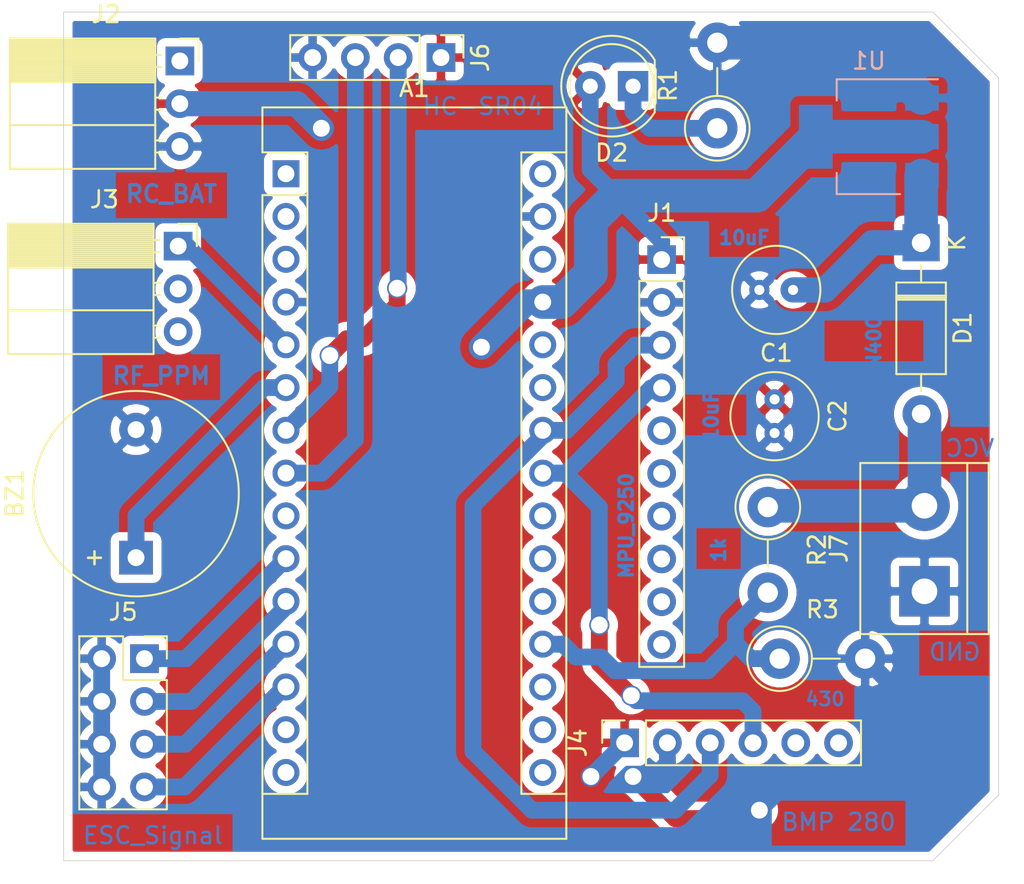
<source format=kicad_pcb>
(kicad_pcb (version 20211014) (generator pcbnew)
  (layers (0 "F.Cu" signal) (31 "B.Cu" signal) (34 "B.Paste" user) (35 "F.Paste" user) (36 "B.SilkS" user "B.Silkscreen") (37 "F.SilkS" user "F.Silkscreen") (38 "B.Mask" user) (39 "F.Mask" user) (44 "Edge.Cuts" user))
  (net 0 "")
  (net 1 "Net-(A1-Pad1)")
  (net 2 "Net-(A1-Pad17)")
  (net 3 "Net-(A1-Pad2)")
  (net 4 "Net-(A1-Pad18)")
  (net 5 "Net-(A1-Pad3)")
  (net 6 "/BATT_VOLT")
  (net 7 "GND")
  (net 8 "Net-(A1-Pad20)")
  (net 9 "/PPM")
  (net 10 "Net-(A1-Pad21)")
  (net 11 "/BUZZER")
  (net 12 "Net-(A1-Pad22)")
  (net 13 "/TRIG")
  (net 14 "/BARO_SDA")
  (net 15 "/ECHO")
  (net 16 "/BARO_SCL")
  (net 17 "Net-(A1-Pad9)")
  (net 18 "Net-(A1-Pad25)")
  (net 19 "/ESC_1(RF)")
  (net 20 "Net-(A1-Pad26)")
  (net 21 "/ESC_2(RR)")
  (net 22 "+5V")
  (net 23 "/ESC_3(LR)")
  (net 24 "Net-(A1-Pad28)")
  (net 25 "/ESC_4(LF)")
  (net 26 "Net-(A1-Pad14)")
  (net 27 "Net-(A1-Pad30)")
  (net 28 "Net-(A1-Pad15)")
  (net 29 "Net-(A1-Pad16)")
  (net 30 "Net-(C1-Pad1)")
  (net 31 "VCC")
  (net 32 "Net-(D2-Pad1)")
  (net 33 "/EDA")
  (net 34 "/ECL")
  (net 35 "/ADO")
  (net 36 "/INT")
  (net 37 "/NCS")
  (net 38 "/FSYNC")
  (net 39 "Net-(J2-Pad1)")
  (net 40 "Net-(J3-Pad3)")
  (net 41 "Net-(J3-Pad2)")
  (net 42 "/B_CSB")
  (net 43 "/B_SDO")
  (footprint "Module:Arduino_Nano" (layer "F.Cu") (at 50.4 47.2)
    (fp_text reference "A1" (at 7.62 -5.08) (layer "F.SilkS"))
    (fp_text value "Arduino_Nano_v3.x")
    (fp_line (start 1.27 1.27) (end -1.4 1.27) (layer "F.SilkS") (width 0.12))
    (fp_line (start 16.64 -3.94) (end -1.4 -3.94) (layer "F.SilkS") (width 0.12))
    (fp_line (start 1.27 -1.27) (end -1.4 -1.27) (layer "F.SilkS") (width 0.12))
    (fp_line (start 1.27 1.27) (end 1.27 36.83) (layer "F.SilkS") (width 0.12))
    (fp_line (start 13.97 36.83) (end 16.64 36.83) (layer "F.SilkS") (width 0.12))
    (fp_line (start -1.4 39.5) (end 16.64 39.5) (layer "F.SilkS") (width 0.12))
    (fp_line (start 1.27 36.83) (end -1.4 36.83) (layer "F.SilkS") (width 0.12))
    (fp_line (start 13.97 -1.27) (end 16.64 -1.27) (layer "F.SilkS") (width 0.12))
    (fp_line (start 16.64 39.5) (end 16.64 -3.94) (layer "F.SilkS") (width 0.12))
    (fp_line (start -1.4 -3.94) (end -1.4 -1.27) (layer "F.SilkS") (width 0.12))
    (fp_line (start 13.97 -1.27) (end 13.97 36.83) (layer "F.SilkS") (width 0.12))
    (fp_line (start -1.4 1.27) (end -1.4 39.5) (layer "F.SilkS") (width 0.12))
    (fp_line (start 1.27 1.27) (end 1.27 -1.27) (layer "F.SilkS") (width 0.12))
    (pad "1" thru_hole rect locked (at 0 0) (size 1.6 1.6) (drill 1) (layers *.Cu *.Mask) (net 1 "Net-(A1-Pad1)"))
    (pad "2" thru_hole oval locked (at 0 2.54) (size 1.6 1.6) (drill 1) (layers *.Cu *.Mask) (net 3 "Net-(A1-Pad2)"))
    (pad "3" thru_hole oval locked (at 0 5.08) (size 1.6 1.6) (drill 1) (layers *.Cu *.Mask) (net 5 "Net-(A1-Pad3)"))
    (pad "4" thru_hole oval locked (at 0 7.62) (size 1.6 1.6) (drill 1) (layers *.Cu *.Mask) (net 7 "GND"))
    (pad "5" thru_hole oval locked (at 0 10.16) (size 1.6 1.6) (drill 1) (layers *.Cu *.Mask) (net 9 "/PPM"))
    (pad "6" thru_hole oval locked (at 0 12.7) (size 1.6 1.6) (drill 1) (layers *.Cu *.Mask) (net 11 "/BUZZER"))
    (pad "7" thru_hole oval locked (at 0 15.24) (size 1.6 1.6) (drill 1) (layers *.Cu *.Mask) (net 13 "/TRIG"))
    (pad "8" thru_hole oval locked (at 0 17.78) (size 1.6 1.6) (drill 1) (layers *.Cu *.Mask) (net 15 "/ECHO"))
    (pad "9" thru_hole oval locked (at 0 20.32) (size 1.6 1.6) (drill 1) (layers *.Cu *.Mask) (net 17 "Net-(A1-Pad9)"))
    (pad "10" thru_hole oval locked (at 0 22.86) (size 1.6 1.6) (drill 1) (layers *.Cu *.Mask) (net 19 "/ESC_1(RF)"))
    (pad "11" thru_hole oval locked (at 0 25.4) (size 1.6 1.6) (drill 1) (layers *.Cu *.Mask) (net 21 "/ESC_2(RR)"))
    (pad "12" thru_hole oval locked (at 0 27.94) (size 1.6 1.6) (drill 1) (layers *.Cu *.Mask) (net 23 "/ESC_3(LR)"))
    (pad "13" thru_hole oval locked (at 0 30.48) (size 1.6 1.6) (drill 1) (layers *.Cu *.Mask) (net 25 "/ESC_4(LF)"))
    (pad "14" thru_hole oval locked (at 0 33.02) (size 1.6 1.6) (drill 1) (layers *.Cu *.Mask) (net 26 "Net-(A1-Pad14)"))
    (pad "15" thru_hole oval locked (at 0 35.56) (size 1.6 1.6) (drill 1) (layers *.Cu *.Mask) (net 28 "Net-(A1-Pad15)"))
    (pad "16" thru_hole oval locked (at 15.24 35.56) (size 1.6 1.6) (drill 1) (layers *.Cu *.Mask) (net 29 "Net-(A1-Pad16)"))
    (pad "17" thru_hole oval locked (at 15.24 33.02) (size 1.6 1.6) (drill 1) (layers *.Cu *.Mask) (net 2 "Net-(A1-Pad17)"))
    (pad "18" thru_hole oval locked (at 15.24 30.48) (size 1.6 1.6) (drill 1) (layers *.Cu *.Mask) (net 4 "Net-(A1-Pad18)"))
    (pad "19" thru_hole oval locked (at 15.24 27.94) (size 1.6 1.6) (drill 1) (layers *.Cu *.Mask) (net 6 "/BATT_VOLT"))
    (pad "20" thru_hole oval locked (at 15.24 25.4) (size 1.6 1.6) (drill 1) (layers *.Cu *.Mask) (net 8 "Net-(A1-Pad20)"))
    (pad "21" thru_hole oval locked (at 15.24 22.86) (size 1.6 1.6) (drill 1) (layers *.Cu *.Mask) (net 10 "Net-(A1-Pad21)"))
    (pad "22" thru_hole oval locked (at 15.24 20.32) (size 1.6 1.6) (drill 1) (layers *.Cu *.Mask) (net 12 "Net-(A1-Pad22)"))
    (pad "23" thru_hole oval locked (at 15.24 17.78) (size 1.6 1.6) (drill 1) (layers *.Cu *.Mask) (net 14 "/BARO_SDA"))
    (pad "24" thru_hole oval locked (at 15.24 15.24) (size 1.6 1.6) (drill 1) (layers *.Cu *.Mask) (net 16 "/BARO_SCL"))
    (pad "25" thru_hole oval locked (at 15.24 12.7) (size 1.6 1.6) (drill 1) (layers *.Cu *.Mask) (net 18 "Net-(A1-Pad25)"))
    (pad "26" thru_hole oval locked (at 15.24 10.16) (size 1.6 1.6) (drill 1) (layers *.Cu *.Mask) (net 20 "Net-(A1-Pad26)"))
    (pad "27" thru_hole oval locked (at 15.24 7.62) (size 1.6 1.6) (drill 1) (layers *.Cu *.Mask) (net 22 "+5V"))
    (pad "28" thru_hole oval locked (at 15.24 5.08) (size 1.6 1.6) (drill 1) (layers *.Cu *.Mask) (net 24 "Net-(A1-Pad28)"))
    (pad "29" thru_hole oval locked (at 15.24 2.54) (size 1.6 1.6) (drill 1) (layers *.Cu *.Mask) (net 7 "GND"))
    (pad "30" thru_hole oval locked (at 15.24 0) (size 1.6 1.6) (drill 1) (layers *.Cu *.Mask) (net 27 "Net-(A1-Pad30)"))
  )
  (footprint "Buzzer_Beeper:Buzzer_12x9.5RM7.6" (layer "F.Cu") (at 41.5 70 90)
    (fp_text reference "BZ1" (at 3.8 -7.2 90) (layer "F.SilkS"))
    (fp_text value "Buzzer")
    (fp_text user "+" (at -0.01 -2.54 90) (layer "F.SilkS"))
    (fp_circle (center 3.8 0) (end 9.9 0) (layer "F.SilkS") (width 0.12) (fill none))
    (pad "1" thru_hole rect locked (at 0 0 90) (size 2 2) (drill 1) (layers *.Cu *.Mask) (net 11 "/BUZZER"))
    (pad "2" thru_hole circle locked (at 7.6 0 90) (size 2 2) (drill 1) (layers *.Cu *.Mask) (net 7 "GND"))
  )
  (footprint "Capacitor_THT:C_Radial_D5.0mm_H7.0mm_P2.00mm" (layer "F.Cu") (at 80.5 54.1 180)
    (fp_text reference "C1" (at 1 -3.75) (layer "F.SilkS"))
    (fp_text value "10uF" (at 2.9 3.1) (layer "B.Cu") (effects (font (size 0.8 0.8) (thickness 0.2))))
    (fp_circle (center 1 0) (end 3.62 0) (layer "F.SilkS") (width 0.12) (fill none))
    (pad "1" thru_hole circle locked (at 0 0 180) (size 1.2 1.2) (drill 0.6) (layers *.Cu *.Mask) (net 30 "Net-(C1-Pad1)"))
    (pad "2" thru_hole circle locked (at 2 0 180) (size 1.2 1.2) (drill 0.6) (layers *.Cu *.Mask) (net 7 "GND"))
  )
  (footprint "Capacitor_THT:C_Radial_D5.0mm_H7.0mm_P2.00mm" (layer "F.Cu") (at 79.4 60.6 -90)
    (fp_text reference "C2" (at 1 -3.75 90) (layer "F.SilkS"))
    (fp_text value "10uF" (at 1 3.75 90) (layer "B.Cu") (effects (font (size 0.8 0.8) (thickness 0.2))))
    (fp_circle (center 1 0) (end 3.62 0) (layer "F.SilkS") (width 0.12) (fill none))
    (pad "1" thru_hole circle locked (at 0 0 270) (size 1.2 1.2) (drill 0.6) (layers *.Cu *.Mask) (net 22 "+5V"))
    (pad "2" thru_hole circle locked (at 2 0 270) (size 1.2 1.2) (drill 0.6) (layers *.Cu *.Mask) (net 7 "GND"))
  )
  (footprint "Diode_THT:D_DO-41_SOD81_P10.16mm_Horizontal" (layer "F.Cu") (at 88.1 51.3 -90)
    (fp_text reference "D1" (at 5.08 -2.47 90) (layer "F.SilkS"))
    (fp_text value "1N4007" (at 5.9 2.8 90) (layer "B.Cu") (effects (font (size 0.8 0.8) (thickness 0.2))))
    (fp_text user "K" (at 0 -2.1 90) (layer "F.SilkS"))
    (fp_line (start 1.34 0) (end 2.36 0) (layer "F.SilkS") (width 0.12))
    (fp_line (start 2.36 1.47) (end 7.8 1.47) (layer "F.SilkS") (width 0.12))
    (fp_line (start 3.14 -1.47) (end 3.14 1.47) (layer "F.SilkS") (width 0.12))
    (fp_line (start 3.38 -1.47) (end 3.38 1.47) (layer "F.SilkS") (width 0.12))
    (fp_line (start 7.8 -1.47) (end 2.36 -1.47) (layer "F.SilkS") (width 0.12))
    (fp_line (start 8.82 0) (end 7.8 0) (layer "F.SilkS") (width 0.12))
    (fp_line (start 3.26 -1.47) (end 3.26 1.47) (layer "F.SilkS") (width 0.12))
    (fp_line (start 2.36 -1.47) (end 2.36 1.47) (layer "F.SilkS") (width 0.12))
    (fp_line (start 7.8 1.47) (end 7.8 -1.47) (layer "F.SilkS") (width 0.12))
    (pad "1" thru_hole rect locked (at 0 0 270) (size 2.2 2.2) (drill 1.1) (layers *.Cu *.Mask) (net 30 "Net-(C1-Pad1)"))
    (pad "2" thru_hole oval locked (at 10.16 0 270) (size 2.2 2.2) (drill 1.1) (layers *.Cu *.Mask) (net 31 "VCC"))
  )
  (footprint "LED_THT:LED_D5.0mm_Clear" (layer "F.Cu") (at 71 42 180)
    (fp_text reference "D2" (at 1.27 -3.96) (layer "F.SilkS"))
    (fp_text value "LED_Small")
    (fp_line (start -1.29 -1.545) (end -1.29 1.545) (layer "F.SilkS") (width 0.12))
    (fp_arc (start 4.26 -0.000462) (mid 2.072002 2.880433) (end -1.29 1.54483) (layer "F.SilkS") (width 0.12))
    (fp_arc (start -1.29 -1.54483) (mid 2.072002 -2.880433) (end 4.26 0.000462) (layer "F.SilkS") (width 0.12))
    (fp_circle (center 1.27 0) (end 3.77 0) (layer "F.SilkS") (width 0.12) (fill none))
    (pad "1" thru_hole rect locked (at 0 0 180) (size 1.8 1.8) (drill 0.9) (layers *.Cu *.Mask) (net 32 "Net-(D2-Pad1)"))
    (pad "2" thru_hole circle locked (at 2.54 0 180) (size 1.8 1.8) (drill 0.9) (layers *.Cu *.Mask) (net 22 "+5V"))
  )
  (footprint "Connector_PinSocket_2.54mm:PinSocket_1x10_P2.54mm_Vertical" (layer "F.Cu") (at 72.7 52.3)
    (fp_text reference "J1" (at 0 -2.77) (layer "F.SilkS"))
    (fp_text value "MPU_9250" (at -2.1 15.8 90) (layer "B.Cu") (effects (font (size 0.8 0.8) (thickness 0.2))))
    (fp_line (start 1.33 -1.33) (end 1.33 0) (layer "F.SilkS") (width 0.12))
    (fp_line (start -1.33 24.19) (end 1.33 24.19) (layer "F.SilkS") (width 0.12))
    (fp_line (start 0 -1.33) (end 1.33 -1.33) (layer "F.SilkS") (width 0.12))
    (fp_line (start -1.33 1.27) (end 1.33 1.27) (layer "F.SilkS") (width 0.12))
    (fp_line (start -1.33 1.27) (end -1.33 24.19) (layer "F.SilkS") (width 0.12))
    (fp_line (start 1.33 1.27) (end 1.33 24.19) (layer "F.SilkS") (width 0.12))
    (pad "1" thru_hole rect locked (at 0 0) (size 1.7 1.7) (drill 1) (layers *.Cu *.Mask) (net 22 "+5V"))
    (pad "2" thru_hole oval locked (at 0 2.54) (size 1.7 1.7) (drill 1) (layers *.Cu *.Mask) (net 7 "GND"))
    (pad "3" thru_hole oval locked (at 0 5.08) (size 1.7 1.7) (drill 1) (layers *.Cu *.Mask) (net 16 "/BARO_SCL"))
    (pad "4" thru_hole oval locked (at 0 7.62) (size 1.7 1.7) (drill 1) (layers *.Cu *.Mask) (net 14 "/BARO_SDA"))
    (pad "5" thru_hole oval locked (at 0 10.16) (size 1.7 1.7) (drill 1) (layers *.Cu *.Mask) (net 33 "/EDA"))
    (pad "6" thru_hole oval locked (at 0 12.7) (size 1.7 1.7) (drill 1) (layers *.Cu *.Mask) (net 34 "/ECL"))
    (pad "7" thru_hole oval locked (at 0 15.24) (size 1.7 1.7) (drill 1) (layers *.Cu *.Mask) (net 35 "/ADO"))
    (pad "8" thru_hole oval locked (at 0 17.78) (size 1.7 1.7) (drill 1) (layers *.Cu *.Mask) (net 36 "/INT"))
    (pad "9" thru_hole oval locked (at 0 20.32) (size 1.7 1.7) (drill 1) (layers *.Cu *.Mask) (net 37 "/NCS"))
    (pad "10" thru_hole oval locked (at 0 22.86) (size 1.7 1.7) (drill 1) (layers *.Cu *.Mask) (net 38 "/FSYNC"))
  )
  (footprint "Connector_PinSocket_2.54mm:PinSocket_1x03_P2.54mm_Horizontal" (layer "F.Cu") (at 44.1 40.5)
    (fp_text reference "J2" (at -4.38 -2.77) (layer "F.SilkS"))
    (fp_text value "RC_BAT" (at -0.5 7.9) (layer "B.Cu") (effects (font (thickness 0.2))))
    (fp_line (start -10.09 0.089045) (end -1.46 0.089045) (layer "F.SilkS") (width 0.12))
    (fp_line (start -10.09 0.561425) (end -1.46 0.561425) (layer "F.SilkS") (width 0.12))
    (fp_line (start -10.09 -1.091905) (end -1.46 -1.091905) (layer "F.SilkS") (width 0.12))
    (fp_line (start -10.09 -0.02905) (end -1.46 -0.02905) (layer "F.SilkS") (width 0.12))
    (fp_line (start -1.46 0.36) (end -1.11 0.36) (layer "F.SilkS") (width 0.12))
    (fp_line (start 0 -1.33) (end 1.11 -1.33) (layer "F.SilkS") (width 0.12))
    (fp_line (start -10.09 -0.26524) (end -1.46 -0.26524) (layer "F.SilkS") (width 0.12))
    (fp_line (start -10.09 0.67952) (end -1.46 0.67952) (layer "F.SilkS") (width 0.12))
    (fp_line (start -10.09 1.27) (end -1.46 1.27) (layer "F.SilkS") (width 0.12))
    (fp_line (start -10.09 -0.147145) (end -1.46 -0.147145) (layer "F.SilkS") (width 0.12))
    (fp_line (start -10.09 -1.21) (end -1.46 -1.21) (layer "F.SilkS") (width 0.12))
    (fp_line (start -10.09 -0.97381) (end -1.46 -0.97381) (layer "F.SilkS") (width 0.12))
    (fp_line (start -1.46 -1.33) (end -1.46 6.41) (layer "F.SilkS") (width 0.12))
    (fp_line (start -10.09 0.91571) (end -1.46 0.91571) (layer "F.SilkS") (width 0.12))
    (fp_line (start -10.09 1.1519) (end -1.46 1.1519) (layer "F.SilkS") (width 0.12))
    (fp_line (start -1.46 5.44) (end -1.05 5.44) (layer "F.SilkS") (width 0.12))
    (fp_line (start -10.09 -0.50143) (end -1.46 -0.50143) (layer "F.SilkS") (width 0.12))
    (fp_line (start -10.09 -0.383335) (end -1.46 -0.383335) (layer "F.SilkS") (width 0.12))
    (fp_line (start -10.09 -0.73762) (end -1.46 -0.73762) (layer "F.SilkS") (width 0.12))
    (fp_line (start -1.46 4.72) (end -1.05 4.72) (layer "F.SilkS") (width 0.12))
    (fp_line (start -10.09 1.033805) (end -1.46 1.033805) (layer "F.SilkS") (width 0.12))
    (fp_line (start 1.11 -1.33) (end 1.11 0) (layer "F.SilkS") (width 0.12))
    (fp_line (start -10.09 -0.855715) (end -1.46 -0.855715) (layer "F.SilkS") (width 0.12))
    (fp_line (start -1.46 -0.36) (end -1.11 -0.36) (layer "F.SilkS") (width 0.12))
    (fp_line (start -1.46 2.18) (end -1.05 2.18) (layer "F.SilkS") (width 0.12))
    (fp_line (start -10.09 0.325235) (end -1.46 0.325235) (layer "F.SilkS") (width 0.12))
    (fp_line (start -10.09 -1.33) (end -1.46 -1.33) (layer "F.SilkS") (width 0.12))
    (fp_line (start -1.46 2.9) (end -1.05 2.9) (layer "F.SilkS") (width 0.12))
    (fp_line (start -10.09 0.44333) (end -1.46 0.44333) (layer "F.SilkS") (width 0.12))
    (fp_line (start -10.09 -0.619525) (end -1.46 -0.619525) (layer "F.SilkS") (width 0.12))
    (fp_line (start -10.09 0.20714) (end -1.46 0.20714) (layer "F.SilkS") (width 0.12))
    (fp_line (start -10.09 0.797615) (end -1.46 0.797615) (layer "F.SilkS") (width 0.12))
    (fp_line (start -10.09 6.41) (end -1.46 6.41) (layer "F.SilkS") (width 0.12))
    (fp_line (start -10.09 -1.33) (end -10.09 6.41) (layer "F.SilkS") (width 0.12))
    (fp_line (start -10.09 3.81) (end -1.46 3.81) (layer "F.SilkS") (width 0.12))
    (pad "1" thru_hole rect locked (at 0 0) (size 1.7 1.7) (drill 1) (layers *.Cu *.Mask) (net 39 "Net-(J2-Pad1)"))
    (pad "2" thru_hole oval locked (at 0 2.54) (size 1.7 1.7) (drill 1) (layers *.Cu *.Mask) (net 22 "+5V"))
    (pad "3" thru_hole oval locked (at 0 5.08) (size 1.7 1.7) (drill 1) (layers *.Cu *.Mask) (net 7 "GND"))
  )
  (footprint "Connector_PinSocket_2.54mm:PinSocket_1x03_P2.54mm_Horizontal" (layer "F.Cu") (at 44 51.5)
    (fp_text reference "J3" (at -4.38 -2.77) (layer "F.SilkS"))
    (fp_text value "RF_PPM" (at -1 7.7) (layer "B.Cu") (effects (font (thickness 0.2))))
    (fp_line (start -10.09 1.1519) (end -1.46 1.1519) (layer "F.SilkS") (width 0.12))
    (fp_line (start -10.09 0.797615) (end -1.46 0.797615) (layer "F.SilkS") (width 0.12))
    (fp_line (start 0 -1.33) (end 1.11 -1.33) (layer "F.SilkS") (width 0.12))
    (fp_line (start -10.09 1.27) (end -1.46 1.27) (layer "F.SilkS") (width 0.12))
    (fp_line (start -10.09 -0.383335) (end -1.46 -0.383335) (layer "F.SilkS") (width 0.12))
    (fp_line (start -1.46 2.9) (end -1.05 2.9) (layer "F.SilkS") (width 0.12))
    (fp_line (start -10.09 -1.21) (end -1.46 -1.21) (layer "F.SilkS") (width 0.12))
    (fp_line (start -1.46 4.72) (end -1.05 4.72) (layer "F.SilkS") (width 0.12))
    (fp_line (start -1.46 -1.33) (end -1.46 6.41) (layer "F.SilkS") (width 0.12))
    (fp_line (start -10.09 -0.147145) (end -1.46 -0.147145) (layer "F.SilkS") (width 0.12))
    (fp_line (start -10.09 -0.26524) (end -1.46 -0.26524) (layer "F.SilkS") (width 0.12))
    (fp_line (start -10.09 -1.091905) (end -1.46 -1.091905) (layer "F.SilkS") (width 0.12))
    (fp_line (start -10.09 -1.33) (end -10.09 6.41) (layer "F.SilkS") (width 0.12))
    (fp_line (start 1.11 -1.33) (end 1.11 0) (layer "F.SilkS") (width 0.12))
    (fp_line (start -10.09 3.81) (end -1.46 3.81) (layer "F.SilkS") (width 0.12))
    (fp_line (start -10.09 1.033805) (end -1.46 1.033805) (layer "F.SilkS") (width 0.12))
    (fp_line (start -10.09 -0.855715) (end -1.46 -0.855715) (layer "F.SilkS") (width 0.12))
    (fp_line (start -10.09 -0.02905) (end -1.46 -0.02905) (layer "F.SilkS") (width 0.12))
    (fp_line (start -10.09 -0.97381) (end -1.46 -0.97381) (layer "F.SilkS") (width 0.12))
    (fp_line (start -10.09 -1.33) (end -1.46 -1.33) (layer "F.SilkS") (width 0.12))
    (fp_line (start -10.09 0.089045) (end -1.46 0.089045) (layer "F.SilkS") (width 0.12))
    (fp_line (start -1.46 0.36) (end -1.11 0.36) (layer "F.SilkS") (width 0.12))
    (fp_line (start -10.09 0.91571) (end -1.46 0.91571) (layer "F.SilkS") (width 0.12))
    (fp_line (start -10.09 -0.50143) (end -1.46 -0.50143) (layer "F.SilkS") (width 0.12))
    (fp_line (start -10.09 0.44333) (end -1.46 0.44333) (layer "F.SilkS") (width 0.12))
    (fp_line (start -10.09 -0.619525) (end -1.46 -0.619525) (layer "F.SilkS") (width 0.12))
    (fp_line (start -10.09 0.20714) (end -1.46 0.20714) (layer "F.SilkS") (width 0.12))
    (fp_line (start -10.09 0.67952) (end -1.46 0.67952) (layer "F.SilkS") (width 0.12))
    (fp_line (start -10.09 -0.73762) (end -1.46 -0.73762) (layer "F.SilkS") (width 0.12))
    (fp_line (start -10.09 0.561425) (end -1.46 0.561425) (layer "F.SilkS") (width 0.12))
    (fp_line (start -10.09 0.325235) (end -1.46 0.325235) (layer "F.SilkS") (width 0.12))
    (fp_line (start -1.46 -0.36) (end -1.11 -0.36) (layer "F.SilkS") (width 0.12))
    (fp_line (start -10.09 6.41) (end -1.46 6.41) (layer "F.SilkS") (width 0.12))
    (fp_line (start -1.46 5.44) (end -1.05 5.44) (layer "F.SilkS") (width 0.12))
    (fp_line (start -1.46 2.18) (end -1.05 2.18) (layer "F.SilkS") (width 0.12))
    (pad "1" thru_hole rect locked (at 0 0) (size 1.7 1.7) (drill 1) (layers *.Cu *.Mask) (net 9 "/PPM"))
    (pad "2" thru_hole oval locked (at 0 2.54) (size 1.7 1.7) (drill 1) (layers *.Cu *.Mask) (net 41 "Net-(J3-Pad2)"))
    (pad "3" thru_hole oval locked (at 0 5.08) (size 1.7 1.7) (drill 1) (layers *.Cu *.Mask) (net 40 "Net-(J3-Pad3)"))
  )
  (footprint "Connector_PinSocket_2.54mm:PinSocket_1x06_P2.54mm_Vertical" (layer "F.Cu") (at 70.5 81 90)
    (fp_text reference "J4" (at 0 -2.77 90) (layer "F.SilkS"))
    (fp_text value "BMP_280")
    (fp_line (start -1.33 1.27) (end 1.33 1.27) (layer "F.SilkS") (width 0.12))
    (fp_line (start 0 -1.33) (end 1.33 -1.33) (layer "F.SilkS") (width 0.12))
    (fp_line (start 1.33 -1.33) (end 1.33 0) (layer "F.SilkS") (width 0.12))
    (fp_line (start -1.33 14.03) (end 1.33 14.03) (layer "F.SilkS") (width 0.12))
    (fp_line (start -1.33 1.27) (end -1.33 14.03) (layer "F.SilkS") (width 0.12))
    (fp_line (start 1.33 1.27) (end 1.33 14.03) (layer "F.SilkS") (width 0.12))
    (pad "1" thru_hole rect locked (at 0 0 90) (size 1.7 1.7) (drill 1) (layers *.Cu *.Mask) (net 22 "+5V"))
    (pad "2" thru_hole oval locked (at 0 2.54 90) (size 1.7 1.7) (drill 1) (layers *.Cu *.Mask) (net 7 "GND"))
    (pad "3" thru_hole oval locked (at 0 5.08 90) (size 1.7 1.7) (drill 1) (layers *.Cu *.Mask) (net 16 "/BARO_SCL"))
    (pad "4" thru_hole oval locked (at 0 7.62 90) (size 1.7 1.7) (drill 1) (layers *.Cu *.Mask) (net 14 "/BARO_SDA"))
    (pad "5" thru_hole oval locked (at 0 10.16 90) (size 1.7 1.7) (drill 1) (layers *.Cu *.Mask) (net 42 "/B_CSB"))
    (pad "6" thru_hole oval locked (at 0 12.7 90) (size 1.7 1.7) (drill 1) (layers *.Cu *.Mask) (net 43 "/B_SDO"))
  )
  (footprint "Connector_PinSocket_2.54mm:PinSocket_2x04_P2.54mm_Vertical" (layer "F.Cu") (at 42 76)
    (fp_text reference "J5" (at -1.27 -2.77) (layer "F.SilkS"))
    (fp_text value "ESC_Signal" (at 0.5 10.5) (layer "B.Cu"))
    (fp_line (start -3.87 -1.33) (end -1.27 -1.33) (layer "F.SilkS") (width 0.12))
    (fp_line (start 0 -1.33) (end 1.33 -1.33) (layer "F.SilkS") (width 0.12))
    (fp_line (start -3.87 8.95) (end 1.33 8.95) (layer "F.SilkS") (width 0.12))
    (fp_line (start -1.27 -1.33) (end -1.27 1.27) (layer "F.SilkS") (width 0.12))
    (fp_line (start -1.27 1.27) (end 1.33 1.27) (layer "F.SilkS") (width 0.12))
    (fp_line (start 1.33 -1.33) (end 1.33 0) (layer "F.SilkS") (width 0.12))
    (fp_line (start -3.87 -1.33) (end -3.87 8.95) (layer "F.SilkS") (width 0.12))
    (fp_line (start 1.33 1.27) (end 1.33 8.95) (layer "F.SilkS") (width 0.12))
    (pad "1" thru_hole rect locked (at 0 0) (size 1.7 1.7) (drill 1) (layers *.Cu *.Mask) (net 19 "/ESC_1(RF)"))
    (pad "2" thru_hole oval locked (at -2.54 0) (size 1.7 1.7) (drill 1) (layers *.Cu *.Mask) (net 7 "GND"))
    (pad "3" thru_hole oval locked (at 0 2.54) (size 1.7 1.7) (drill 1) (layers *.Cu *.Mask) (net 21 "/ESC_2(RR)"))
    (pad "4" thru_hole oval locked (at -2.54 2.54) (size 1.7 1.7) (drill 1) (layers *.Cu *.Mask) (net 7 "GND"))
    (pad "5" thru_hole oval locked (at 0 5.08) (size 1.7 1.7) (drill 1) (layers *.Cu *.Mask) (net 23 "/ESC_3(LR)"))
    (pad "6" thru_hole oval locked (at -2.54 5.08) (size 1.7 1.7) (drill 1) (layers *.Cu *.Mask) (net 7 "GND"))
    (pad "7" thru_hole oval locked (at 0 7.62) (size 1.7 1.7) (drill 1) (layers *.Cu *.Mask) (net 25 "/ESC_4(LF)"))
    (pad "8" thru_hole oval locked (at -2.54 7.62) (size 1.7 1.7) (drill 1) (layers *.Cu *.Mask) (net 7 "GND"))
  )
  (footprint "Connector_PinHeader_2.54mm:PinHeader_1x04_P2.54mm_Vertical" (layer "F.Cu") (at 59.6 40.3 -90)
    (fp_text reference "J6" (at 0 -2.33 90) (layer "F.SilkS"))
    (fp_text value "HC-SRO4")
    (fp_line (start -1.33 -1.33) (end 0 -1.33) (layer "F.SilkS") (width 0.12))
    (fp_line (start -1.33 1.27) (end -1.33 8.95) (layer "F.SilkS") (width 0.12))
    (fp_line (start -1.33 0) (end -1.33 -1.33) (layer "F.SilkS") (width 0.12))
    (fp_line (start -1.33 1.27) (end 1.33 1.27) (layer "F.SilkS") (width 0.12))
    (fp_line (start 1.33 1.27) (end 1.33 8.95) (layer "F.SilkS") (width 0.12))
    (fp_line (start -1.33 8.95) (end 1.33 8.95) (layer "F.SilkS") (width 0.12))
    (pad "1" thru_hole rect locked (at 0 0 270) (size 1.7 1.7) (drill 1) (layers *.Cu *.Mask) (net 22 "+5V"))
    (pad "2" thru_hole oval locked (at 0 2.54 270) (size 1.7 1.7) (drill 1) (layers *.Cu *.Mask) (net 13 "/TRIG"))
    (pad "3" thru_hole oval locked (at 0 5.08 270) (size 1.7 1.7) (drill 1) (layers *.Cu *.Mask) (net 15 "/ECHO"))
    (pad "4" thru_hole oval locked (at 0 7.62 270) (size 1.7 1.7) (drill 1) (layers *.Cu *.Mask) (net 7 "GND"))
  )
  (footprint "TerminalBlock:TerminalBlock_bornier-2_P5.08mm" (layer "F.Cu") (at 88.3 72 90)
    (fp_text reference "J7" (at 2.54 -5.08 90) (layer "F.SilkS"))
    (fp_text value "Screw_Terminal_01x02")
    (fp_line (start 7.62 -3.81) (end -2.54 -3.81) (layer "F.SilkS") (width 0.12))
    (fp_line (start -2.54 -3.81) (end -2.54 3.81) (layer "F.SilkS") (width 0.12))
    (fp_line (start -2.54 3.81) (end 7.62 3.81) (layer "F.SilkS") (width 0.12))
    (fp_line (start 7.62 2.54) (end -2.54 2.54) (layer "F.SilkS") (width 0.12))
    (fp_line (start 7.62 3.81) (end 7.62 -3.81) (layer "F.SilkS") (width 0.12))
    (pad "1" thru_hole rect locked (at 0 0 90) (size 3 3) (drill 1.52) (layers *.Cu *.Mask) (net 7 "GND"))
    (pad "2" thru_hole circle locked (at 5.08 0 90) (size 3 3) (drill 1.52) (layers *.Cu *.Mask) (net 31 "VCC"))
  )
  (footprint "Resistor_THT:R_Axial_DIN0411_L9.9mm_D3.6mm_P5.08mm_Vertical" (layer "F.Cu") (at 76 44.5 90)
    (fp_text reference "R1" (at 2.54 -2.92 90) (layer "F.SilkS"))
    (fp_text value "430")
    (fp_line (start 1.92 0) (end 3.58 0) (layer "F.SilkS") (width 0.12))
    (fp_circle (center 0 0) (end 1.92 0) (layer "F.SilkS") (width 0.12) (fill none))
    (pad "1" thru_hole circle locked (at 0 0 90) (size 2.4 2.4) (drill 1.2) (layers *.Cu *.Mask) (net 32 "Net-(D2-Pad1)"))
    (pad "2" thru_hole oval locked (at 5.08 0 90) (size 2.4 2.4) (drill 1.2) (layers *.Cu *.Mask) (net 7 "GND"))
  )
  (footprint "Resistor_THT:R_Axial_DIN0411_L9.9mm_D3.6mm_P5.08mm_Vertical" (layer "F.Cu") (at 79 67 -90)
    (fp_text reference "R2" (at 2.54 -2.92 90) (layer "F.SilkS"))
    (fp_text value "1k" (at 2.54 2.92 90) (layer "B.Cu") (effects (font (size 0.8 0.8) (thickness 0.2))))
    (fp_line (start 1.92 0) (end 3.58 0) (layer "F.SilkS") (width 0.12))
    (fp_circle (center 0 0) (end 1.92 0) (layer "F.SilkS") (width 0.12) (fill none))
    (pad "1" thru_hole circle locked (at 0 0 270) (size 2.4 2.4) (drill 1.2) (layers *.Cu *.Mask) (net 31 "VCC"))
    (pad "2" thru_hole oval locked (at 5.08 0 270) (size 2.4 2.4) (drill 1.2) (layers *.Cu *.Mask) (net 6 "/BATT_VOLT"))
  )
  (footprint "Resistor_THT:R_Axial_DIN0411_L9.9mm_D3.6mm_P5.08mm_Vertical" (layer "F.Cu") (at 79.7 76)
    (fp_text reference "R3" (at 2.54 -2.92) (layer "F.SilkS"))
    (fp_text value "430" (at 2.7 2.4) (layer "B.Cu") (effects (font (size 0.8 0.8))))
    (fp_line (start 1.92 0) (end 3.58 0) (layer "F.SilkS") (width 0.12))
    (fp_circle (center 0 0) (end 1.92 0) (layer "F.SilkS") (width 0.12) (fill none))
    (pad "1" thru_hole circle locked (at 0 0) (size 2.4 2.4) (drill 1.2) (layers *.Cu *.Mask) (net 6 "/BATT_VOLT"))
    (pad "2" thru_hole oval locked (at 5.08 0) (size 2.4 2.4) (drill 1.2) (layers *.Cu *.Mask) (net 7 "GND"))
  )
  (footprint "Package_TO_SOT_SMD:SOT-223-3_TabPin2" (layer "B.Cu") (at 85 45 180)
    (fp_text reference "U1" (at 0 4.5 180) (layer "B.SilkS") (effects (justify mirror)))
    (fp_text value "AMS1117-5.0")
    (fp_line (start -1.85 -3.41) (end 1.91 -3.41) (layer "B.SilkS") (width 0.12))
    (fp_line (start 1.91 3.41) (end 1.91 2.15) (layer "B.SilkS") (width 0.12))
    (fp_line (start 1.91 -3.41) (end 1.91 -2.15) (layer "B.SilkS") (width 0.12))
    (fp_line (start -4.1 3.41) (end 1.91 3.41) (layer "B.SilkS") (width 0.12))
    (pad "1" smd rect locked (at -3.15 2.3 180) (size 2 1.5) (layers "B.Cu" "B.Paste" "B.Mask") (net 7 "GND"))
    (pad "2" smd rect locked (at -3.15 0 180) (size 2 1.5) (layers "B.Cu" "B.Paste" "B.Mask") (net 22 "+5V"))
    (pad "2" smd rect locked (at 3.15 0 180) (size 2 3.8) (layers "B.Cu" "B.Paste" "B.Mask") (net 22 "+5V"))
    (pad "3" smd rect locked (at -3.15 -2.3 180) (size 2 1.5) (layers "B.Cu" "B.Paste" "B.Mask") (net 30 "Net-(C1-Pad1)"))
  )
  (gr_line (start 88.8 88) (end 92.7 84.1) (layer "Edge.Cuts") (width 0.05))
  (gr_line (start 37.2 37.6) (end 88.8 37.6) (layer "Edge.Cuts") (width 0.05))
  (gr_line (start 92.7 41.5) (end 92.7 84.1) (layer "Edge.Cuts") (width 0.05))
  (gr_line (start 88.8 88) (end 37.2 88) (layer "Edge.Cuts") (width 0.05))
  (gr_line (start 88.8 37.6) (end 92.7 41.5) (layer "Edge.Cuts") (width 0.05))
  (gr_line (start 37.2 88) (end 37.2 37.6) (layer "Edge.Cuts") (width 0.05))
  (gr_text "HC-SR04" (at 62.1 43.2) (layer "B.Cu") (effects (font (size 1 1))))
  (gr_text "BMP 280" (at 83.2 85.7) (layer "B.Cu") (effects (font (size 1 1))))
  (gr_text "GND" (at 90.1 75.6) (layer "B.Cu") (effects (font (size 1 1)) (justify mirror)))
  (gr_text "VCC" (at 91 63.5) (layer "B.Cu") (effects (font (size 1 1)) (justify mirror)))
  (segment (start 69.1 75.9) (end 69.910001 76.710001) (width 1) (layer "B.Cu") (net 6))
  (segment (start 75.449999 76.710001) (end 77.08 75.08) (width 1) (layer "B.Cu") (net 6))
  (segment (start 77.08 75.08) (end 78 76) (width 1) (layer "B.Cu") (net 6))
  (segment (start 69.910001 76.710001) (end 75.449999 76.710001) (width 1) (layer "B.Cu") (net 6))
  (segment (start 79 72.08) (end 77.08 74) (width 1) (layer "B.Cu") (net 6))
  (segment (start 66.84 75.14) (end 67.6 75.9) (width 1) (layer "B.Cu") (net 6))
  (segment (start 65.64 75.14) (end 66.84 75.14) (width 1) (layer "B.Cu") (net 6))
  (segment (start 67.6 75.9) (end 69.1 75.9) (width 1) (layer "B.Cu") (net 6))
  (segment (start 78 76) (end 79.7 76) (width 1) (layer "B.Cu") (net 6))
  (segment (start 77.08 74) (end 77.08 75.08) (width 1) (layer "B.Cu") (net 6))
  (segment (start 78 85.5) (end 78.5 85) (width 1) (layer "F.Cu") (net 7))
  (segment (start 71 83) (end 73.5 85.5) (width 1) (layer "F.Cu") (net 7))
  (segment (start 73.5 85.5) (end 78 85.5) (width 1) (layer "F.Cu") (net 7))
  (via (at 71 83) (size 1.2) (drill 1) (layers "F.Cu" "B.Cu") (net 7))
  (via (at 78.5 85) (size 1.2) (drill 1) (layers "F.Cu" "B.Cu") (net 7))
  (segment (start 73.04 81) (end 73.04 82.202081) (width 1) (layer "B.Cu") (net 7))
  (segment (start 84.1 83.9) (end 86.59 81.41) (width 1) (layer "B.Cu") (net 7))
  (segment (start 78.5 85) (end 79.6 83.9) (width 1) (layer "B.Cu") (net 7))
  (segment (start 84.87 39.42) (end 76 39.42) (width 2) (layer "B.Cu") (net 7))
  (segment (start 86.59 81.41) (end 86.59 77.81) (width 1) (layer "B.Cu") (net 7))
  (segment (start 88.15 42.7) (end 84.87 39.42) (width 2) (layer "B.Cu") (net 7))
  (segment (start 39.46 78.54) (end 39.46 81.08) (width 1) (layer "B.Cu") (net 7))
  (segment (start 79.6 83.9) (end 84.1 83.9) (width 1) (layer "B.Cu") (net 7))
  (segment (start 39.46 81.08) (end 39.46 83.62) (width 1) (layer "B.Cu") (net 7))
  (segment (start 73.04 82.202081) (end 72.242081 83) (width 1) (layer "B.Cu") (net 7))
  (segment (start 84.78 76) (end 86.59 77.81) (width 1) (layer "B.Cu") (net 7))
  (segment (start 72.242081 83) (end 71 83) (width 1) (layer "B.Cu") (net 7))
  (segment (start 39.46 76) (end 39.46 78.54) (width 1) (layer "B.Cu") (net 7))
  (segment (start 44.54 51.5) (end 50.4 57.36) (width 1) (layer "B.Cu") (net 9))
  (segment (start 44 51.5) (end 44.54 51.5) (width 1) (layer "B.Cu") (net 9))
  (segment (start 41.5 67.5) (end 49.1 59.9) (width 1) (layer "B.Cu") (net 11))
  (segment (start 50.4 59.9) (end 49.1 59.9) (width 1) (layer "B.Cu") (net 11))
  (segment (start 41.5 70) (end 41.5 67.5) (width 1) (layer "B.Cu") (net 11))
  (segment (start 53 58) (end 54 57) (width 1) (layer "F.Cu") (net 13))
  (segment (start 54 57) (end 55 57) (width 1) (layer "F.Cu") (net 13))
  (segment (start 55 57) (end 57 55) (width 1) (layer "F.Cu") (net 13))
  (segment (start 57 55) (end 57 54) (width 1) (layer "F.Cu") (net 13))
  (via (at 57 54) (size 1.2) (drill 1) (layers "F.Cu" "B.Cu") (net 13))
  (via (at 53 58) (size 1.2) (drill 1) (layers "F.Cu" "B.Cu") (net 13))
  (segment (start 57.06 40.3) (end 57.06 53.94) (width 1) (layer "B.Cu") (net 13))
  (segment (start 50.4 62.44) (end 53 59.84) (width 1) (layer "B.Cu") (net 13))
  (segment (start 57.06 53.94) (end 57 54) (width 1) (layer "B.Cu") (net 13))
  (segment (start 53 59.84) (end 53 58) (width 1) (layer "B.Cu") (net 13))
  (segment (start 69 76.3) (end 70.9 78.2) (width 1) (layer "F.Cu") (net 14))
  (segment (start 69 74) (end 69 76.3) (width 1) (layer "F.Cu") (net 14))
  (via (at 69 74) (size 1.2) (drill 1) (layers "F.Cu" "B.Cu") (net 14))
  (via (at 70.9 78.2) (size 1.2) (drill 1) (layers "F.Cu" "B.Cu") (net 14))
  (segment (start 69 74) (end 69 74) (width 1) (layer "B.Cu") (net 14))
  (segment (start 72.08 59.92) (end 67.02 64.98) (width 1) (layer "B.Cu") (net 14))
  (segment (start 69 67) (end 69 74) (width 1) (layer "B.Cu") (net 14))
  (segment (start 77.5 78.5) (end 73 78.5) (width 1) (layer "B.Cu") (net 14))
  (segment (start 72.7 59.92) (end 72.08 59.92) (width 1) (layer "B.Cu") (net 14))
  (segment (start 78.12 81) (end 78.12 79.12) (width 1) (layer "B.Cu") (net 14))
  (segment (start 71.2 78.5) (end 70.9 78.2) (width 1) (layer "B.Cu") (net 14))
  (segment (start 66.98 64.98) (end 69 67) (width 1) (layer "B.Cu") (net 14))
  (segment (start 67.02 64.98) (end 65.64 64.98) (width 1) (layer "B.Cu") (net 14))
  (segment (start 73 78.5) (end 71.2 78.5) (width 1) (layer "B.Cu") (net 14))
  (segment (start 78.12 79.12) (end 77.5 78.5) (width 1) (layer "B.Cu") (net 14))
  (segment (start 65.64 64.98) (end 66.98 64.98) (width 1) (layer "B.Cu") (net 14))
  (segment (start 50.4 64.98) (end 52.52 64.98) (width 1) (layer "B.Cu") (net 15))
  (segment (start 54.52 40.3) (end 54.52 58.98) (width 1) (layer "B.Cu") (net 15))
  (segment (start 52.52 64.98) (end 54.52 62.98) (width 1) (layer "B.Cu") (net 15))
  (segment (start 54.52 62.98) (end 54.52 58.98) (width 1) (layer "B.Cu") (net 15))
  (segment (start 67.06 62.44) (end 70 59.5) (width 1) (layer "B.Cu") (net 16))
  (segment (start 70 59.5) (end 70 58.5) (width 1) (layer "B.Cu") (net 16))
  (segment (start 71.12 57.38) (end 72.7 57.38) (width 1) (layer "B.Cu") (net 16))
  (segment (start 73.5 85) (end 75.58 82.92) (width 1) (layer "B.Cu") (net 16))
  (segment (start 61.5 81.5) (end 65 85) (width 1) (layer "B.Cu") (net 16))
  (segment (start 65 85) (end 73.5 85) (width 1) (layer "B.Cu") (net 16))
  (segment (start 65.64 62.44) (end 65.64 62.759998) (width 1) (layer "B.Cu") (net 16))
  (segment (start 70 58.5) (end 71.12 57.38) (width 1) (layer "B.Cu") (net 16))
  (segment (start 75.58 82.92) (end 75.58 81) (width 1) (layer "B.Cu") (net 16))
  (segment (start 65.64 62.759998) (end 61.5 66.899998) (width 1) (layer "B.Cu") (net 16))
  (segment (start 65.64 62.44) (end 67.06 62.44) (width 1) (layer "B.Cu") (net 16))
  (segment (start 61.5 66.899998) (end 61.5 81.5) (width 1) (layer "B.Cu") (net 16))
  (segment (start 42 76) (end 44.46 76) (width 1) (layer "B.Cu") (net 19))
  (segment (start 44.46 76) (end 50.4 70.06) (width 1) (layer "B.Cu") (net 19))
  (segment (start 44.779998 78.54) (end 50.4 72.919998) (width 1) (layer "B.Cu") (net 21))
  (segment (start 50.4 72.919998) (end 50.4 72.6) (width 1) (layer "B.Cu") (net 21))
  (segment (start 42 78.54) (end 44.779998 78.54) (width 1) (layer "B.Cu") (net 21))
  (segment (start 62.5 84) (end 64 85.5) (width 1) (layer "F.Cu") (net 22))
  (segment (start 62 57.5) (end 62 81.340002) (width 1) (layer "F.Cu") (net 22))
  (segment (start 52.5 44.5) (end 62 54) (width 1) (layer "F.Cu") (net 22))
  (segment (start 62 54) (end 62 57.5) (width 1) (layer "F.Cu") (net 22))
  (segment (start 62.5 81.840002) (end 62.5 84) (width 1) (layer "F.Cu") (net 22))
  (segment (start 62 81.340002) (end 62.5 81.840002) (width 1) (layer "F.Cu") (net 22))
  (segment (start 64 85.5) (end 66 85.5) (width 1) (layer "F.Cu") (net 22))
  (segment (start 66 85.5) (end 68.5 83) (width 1) (layer "F.Cu") (net 22))
  (via (at 62 57.5) (size 1.2) (drill 1) (layers "F.Cu" "B.Cu") (net 22))
  (via (at 52.5 44.5) (size 1.2) (drill 1) (layers "F.Cu" "B.Cu") (net 22))
  (via (at 68.5 83) (size 1.2) (drill 1) (layers "F.Cu" "B.Cu") (net 22))
  (segment (start 51.04 43.04) (end 52.5 44.5) (width 1.5) (layer "B.Cu") (net 22))
  (segment (start 68.5 53.09137) (end 66.77137 54.82) (width 2) (layer "B.Cu") (net 22))
  (segment (start 72.7 52.3) (end 72.7 51.2) (width 1) (layer "B.Cu") (net 22))
  (segment (start 65.64 54.82) (end 64.68 54.82) (width 1.5) (layer "B.Cu") (net 22))
  (segment (start 68.5 83) (end 70.5 81) (width 1) (layer "B.Cu") (net 22))
  (segment (start 78.35 48.5) (end 70 48.5) (width 2) (layer "B.Cu") (net 22))
  (segment (start 81.85 45) (end 78.35 48.5) (width 2) (layer "B.Cu") (net 22))
  (segment (start 44.1 43.04) (end 51.04 43.04) (width 1.5) (layer "B.Cu") (net 22))
  (segment (start 70 48.5) (end 68.5 50) (width 2) (layer "B.Cu") (net 22))
  (segment (start 68.5 50) (end 68.5 53.09137) (width 2) (layer "B.Cu") (net 22))
  (segment (start 68.46 42) (end 68.46 46.96) (width 1) (layer "B.Cu") (net 22))
  (segment (start 64.68 54.82) (end 62 57.5) (width 1.5) (layer "B.Cu") (net 22))
  (segment (start 72.7 51.2) (end 70 48.5) (width 1) (layer "B.Cu") (net 22))
  (segment (start 68.46 46.96) (end 70 48.5) (width 1) (layer "B.Cu") (net 22))
  (segment (start 66.77137 54.82) (end 65.64 54.82) (width 2) (layer "B.Cu") (net 22))
  (segment (start 88.15 45) (end 81.85 45) (width 2) (layer "B.Cu") (net 22))
  (segment (start 44.42 81.08) (end 49 76.5) (width 1) (layer "B.Cu") (net 23))
  (segment (start 49 76.5) (end 49.04 76.5) (width 1) (layer "B.Cu") (net 23))
  (segment (start 49.04 76.5) (end 50.4 75.14) (width 1) (layer "B.Cu") (net 23))
  (segment (start 42 81.08) (end 44.42 81.08) (width 1) (layer "B.Cu") (net 23))
  (segment (start 44.38 83.62) (end 50.32 77.68) (width 1) (layer "B.Cu") (net 25))
  (segment (start 50.32 77.68) (end 50.4 77.68) (width 1) (layer "B.Cu") (net 25))
  (segment (start 42 83.62) (end 44.38 83.62) (width 1) (layer "B.Cu") (net 25))
  (segment (start 82.4 54.1) (end 85.2 51.3) (width 1.5) (layer "B.Cu") (net 30))
  (segment (start 88.1 51.3) (end 88.1 47.35) (width 2) (layer "B.Cu") (net 30))
  (segment (start 88.1 47.35) (end 88.15 47.3) (width 2) (layer "B.Cu") (net 30))
  (segment (start 80.5 54.1) (end 82.4 54.1) (width 1.5) (layer "B.Cu") (net 30))
  (segment (start 85.2 51.3) (end 88.1 51.3) (width 1.5) (layer "B.Cu") (net 30))
  (segment (start 88.3 61.66) (end 88.1 61.46) (width 2) (layer "B.Cu") (net 31))
  (segment (start 79.08 66.92) (end 79 67) (width 2) (layer "B.Cu") (net 31))
  (segment (start 88.3 66.92) (end 88.3 61.66) (width 2) (layer "B.Cu") (net 31))
  (segment (start 88.3 66.92) (end 79.08 66.92) (width 2) (layer "B.Cu") (net 31))
  (segment (start 71 42) (end 71 43.5) (width 1) (layer "B.Cu") (net 32))
  (segment (start 72 44.5) (end 76 44.5) (width 1) (layer "B.Cu") (net 32))
  (segment (start 71 43.5) (end 72 44.5) (width 1) (layer "B.Cu") (net 32))
  (zone (net 22) (net_name "+5V") (layer "F.Cu") (connect_pads (clearance 0.508)) (min_thickness 0.254) (fill yes (thermal_gap 0.508) (thermal_bridge_width 0.508))
    (polygon (pts (xy 93 88) (xy 37 88) (xy 37 37) (xy 93 37)))
  )
  (zone (net 7) (net_name "GND") (layer "B.Cu") (connect_pads (clearance 0.508)) (min_thickness 0.254) (fill yes (thermal_gap 0.508) (thermal_bridge_width 0.508))
    (polygon (pts (xy 93 88) (xy 37 88) (xy 37 37) (xy 93 37)))
  )
)
</source>
